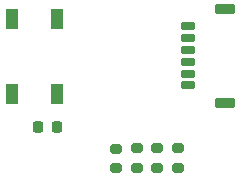
<source format=gbr>
%TF.GenerationSoftware,KiCad,Pcbnew,7.0.10*%
%TF.CreationDate,2024-04-22T22:33:16+02:00*%
%TF.ProjectId,pcb-left,7063622d-6c65-4667-942e-6b696361645f,rev?*%
%TF.SameCoordinates,Original*%
%TF.FileFunction,Paste,Top*%
%TF.FilePolarity,Positive*%
%FSLAX46Y46*%
G04 Gerber Fmt 4.6, Leading zero omitted, Abs format (unit mm)*
G04 Created by KiCad (PCBNEW 7.0.10) date 2024-04-22 22:33:16*
%MOMM*%
%LPD*%
G01*
G04 APERTURE LIST*
G04 Aperture macros list*
%AMRoundRect*
0 Rectangle with rounded corners*
0 $1 Rounding radius*
0 $2 $3 $4 $5 $6 $7 $8 $9 X,Y pos of 4 corners*
0 Add a 4 corners polygon primitive as box body*
4,1,4,$2,$3,$4,$5,$6,$7,$8,$9,$2,$3,0*
0 Add four circle primitives for the rounded corners*
1,1,$1+$1,$2,$3*
1,1,$1+$1,$4,$5*
1,1,$1+$1,$6,$7*
1,1,$1+$1,$8,$9*
0 Add four rect primitives between the rounded corners*
20,1,$1+$1,$2,$3,$4,$5,0*
20,1,$1+$1,$4,$5,$6,$7,0*
20,1,$1+$1,$6,$7,$8,$9,0*
20,1,$1+$1,$8,$9,$2,$3,0*%
G04 Aperture macros list end*
%ADD10RoundRect,0.150000X0.475000X-0.150000X0.475000X0.150000X-0.475000X0.150000X-0.475000X-0.150000X0*%
%ADD11RoundRect,0.225000X0.625000X-0.225000X0.625000X0.225000X-0.625000X0.225000X-0.625000X-0.225000X0*%
%ADD12RoundRect,0.200000X-0.275000X0.200000X-0.275000X-0.200000X0.275000X-0.200000X0.275000X0.200000X0*%
%ADD13RoundRect,0.225000X0.225000X0.250000X-0.225000X0.250000X-0.225000X-0.250000X0.225000X-0.250000X0*%
%ADD14R,1.000000X1.700000*%
G04 APERTURE END LIST*
D10*
%TO.C,J2*%
X168895000Y-55280000D03*
X168895000Y-54280000D03*
X168895000Y-53280000D03*
X168895000Y-52280000D03*
X168895000Y-51280000D03*
X168895000Y-50280000D03*
D11*
X172020000Y-56730000D03*
X172020000Y-48830000D03*
%TD*%
D12*
%TO.C,R3*%
X162775000Y-60620000D03*
X162775000Y-62270000D03*
%TD*%
%TO.C,R1*%
X166280000Y-60605000D03*
X166280000Y-62255000D03*
%TD*%
D13*
%TO.C,C10*%
X157780000Y-58820000D03*
X156230000Y-58820000D03*
%TD*%
D12*
%TO.C,R2*%
X168080000Y-60605000D03*
X168080000Y-62255000D03*
%TD*%
D14*
%TO.C,SW1*%
X153980000Y-55970000D03*
X153980000Y-49670000D03*
X157780000Y-55970000D03*
X157780000Y-49670000D03*
%TD*%
D12*
%TO.C,R5*%
X164575000Y-60610000D03*
X164575000Y-62260000D03*
%TD*%
M02*

</source>
